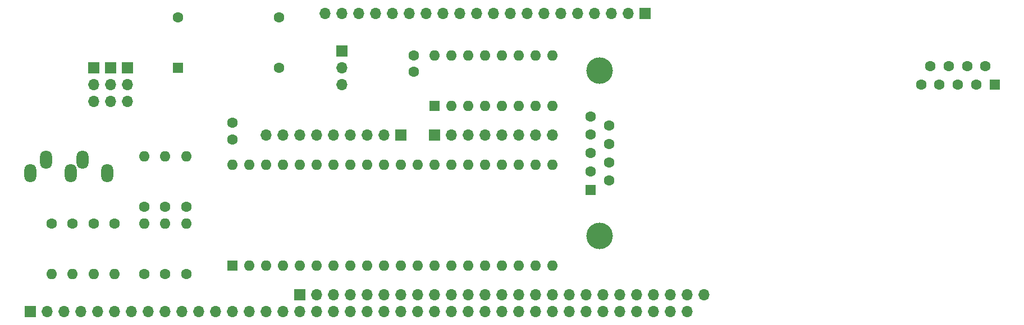
<source format=gbs>
G04 #@! TF.GenerationSoftware,KiCad,Pcbnew,(5.1.12)-1*
G04 #@! TF.CreationDate,2022-12-10T16:47:45+00:00*
G04 #@! TF.ProjectId,CPCSound,43504353-6f75-46e6-942e-6b696361645f,rev?*
G04 #@! TF.SameCoordinates,Original*
G04 #@! TF.FileFunction,Soldermask,Bot*
G04 #@! TF.FilePolarity,Negative*
%FSLAX46Y46*%
G04 Gerber Fmt 4.6, Leading zero omitted, Abs format (unit mm)*
G04 Created by KiCad (PCBNEW (5.1.12)-1) date 2022-12-10 16:47:45*
%MOMM*%
%LPD*%
G01*
G04 APERTURE LIST*
%ADD10O,1.700000X1.700000*%
%ADD11R,1.700000X1.700000*%
%ADD12C,1.600000*%
%ADD13R,1.600000X1.600000*%
%ADD14O,1.600000X1.600000*%
%ADD15O,1.800000X2.800000*%
%ADD16C,4.000000*%
G04 APERTURE END LIST*
D10*
X165100000Y-120015000D03*
X165100000Y-117475000D03*
D11*
X165100000Y-114935000D03*
D10*
X167640000Y-120015000D03*
X167640000Y-117475000D03*
D11*
X167640000Y-114935000D03*
D10*
X170180000Y-120015000D03*
X170180000Y-117475000D03*
D11*
X170180000Y-114935000D03*
D10*
X191135000Y-125095000D03*
X193675000Y-125095000D03*
X196215000Y-125095000D03*
X198755000Y-125095000D03*
X201295000Y-125095000D03*
X203835000Y-125095000D03*
X206375000Y-125095000D03*
X208915000Y-125095000D03*
D11*
X211455000Y-125095000D03*
D12*
X193040000Y-114935000D03*
X193040000Y-107315000D03*
X177800000Y-107315000D03*
D13*
X177800000Y-114935000D03*
D10*
X202565000Y-117475000D03*
X202565000Y-114935000D03*
D11*
X202565000Y-112395000D03*
D14*
X216535000Y-113030000D03*
X234315000Y-120650000D03*
X219075000Y-113030000D03*
X231775000Y-120650000D03*
X221615000Y-113030000D03*
X229235000Y-120650000D03*
X224155000Y-113030000D03*
X226695000Y-120650000D03*
X226695000Y-113030000D03*
X224155000Y-120650000D03*
X229235000Y-113030000D03*
X221615000Y-120650000D03*
X231775000Y-113030000D03*
X219075000Y-120650000D03*
X234315000Y-113030000D03*
D13*
X216535000Y-120650000D03*
D10*
X234315000Y-125095000D03*
X231775000Y-125095000D03*
X229235000Y-125095000D03*
X226695000Y-125095000D03*
X224155000Y-125095000D03*
X221615000Y-125095000D03*
X219075000Y-125095000D03*
D11*
X216535000Y-125095000D03*
D15*
X161675000Y-130810000D03*
X167175000Y-130810000D03*
X163475000Y-128810000D03*
X157975000Y-128810000D03*
X155575000Y-130810000D03*
D16*
X241450000Y-115310000D03*
X241450000Y-140310000D03*
D12*
X242870000Y-123655000D03*
X242870000Y-126425000D03*
X242870000Y-129195000D03*
X242870000Y-131965000D03*
X240030000Y-122270000D03*
X240030000Y-125040000D03*
X240030000Y-127810000D03*
X240030000Y-130580000D03*
D13*
X240030000Y-133350000D03*
D14*
X179070000Y-138430000D03*
D12*
X179070000Y-146050000D03*
D14*
X175895000Y-138430000D03*
D12*
X175895000Y-146050000D03*
D14*
X172720000Y-138430000D03*
D12*
X172720000Y-146050000D03*
D14*
X168275000Y-146050000D03*
D12*
X168275000Y-138430000D03*
D14*
X161925000Y-146050000D03*
D12*
X161925000Y-138430000D03*
D14*
X165100000Y-146050000D03*
D12*
X165100000Y-138430000D03*
D14*
X158750000Y-146050000D03*
D12*
X158750000Y-138430000D03*
D14*
X179070000Y-128270000D03*
D12*
X179070000Y-135890000D03*
D14*
X175895000Y-128270000D03*
D12*
X175895000Y-135890000D03*
D14*
X172720000Y-128270000D03*
D12*
X172720000Y-135890000D03*
D10*
X257175000Y-149225000D03*
X254635000Y-149225000D03*
X252095000Y-149225000D03*
X249555000Y-149225000D03*
X247015000Y-149225000D03*
X244475000Y-149225000D03*
X241935000Y-149225000D03*
X239395000Y-149225000D03*
X236855000Y-149225000D03*
X234315000Y-149225000D03*
X231775000Y-149225000D03*
X229235000Y-149225000D03*
X226695000Y-149225000D03*
X224155000Y-149225000D03*
X221615000Y-149225000D03*
X219075000Y-149225000D03*
X216535000Y-149225000D03*
X213995000Y-149225000D03*
X211455000Y-149225000D03*
X208915000Y-149225000D03*
X206375000Y-149225000D03*
X203835000Y-149225000D03*
X201295000Y-149225000D03*
X198755000Y-149225000D03*
D11*
X196215000Y-149225000D03*
D10*
X254635000Y-151765000D03*
X252095000Y-151765000D03*
X249555000Y-151765000D03*
X247015000Y-151765000D03*
X244475000Y-151765000D03*
X241935000Y-151765000D03*
X239395000Y-151765000D03*
X236855000Y-151765000D03*
X234315000Y-151765000D03*
X231775000Y-151765000D03*
X229235000Y-151765000D03*
X226695000Y-151765000D03*
X224155000Y-151765000D03*
X221615000Y-151765000D03*
X219075000Y-151765000D03*
X216535000Y-151765000D03*
X213995000Y-151765000D03*
X211455000Y-151765000D03*
X208915000Y-151765000D03*
X206375000Y-151765000D03*
X203835000Y-151765000D03*
X201295000Y-151765000D03*
X198755000Y-151765000D03*
X196215000Y-151765000D03*
X193675000Y-151765000D03*
X191135000Y-151765000D03*
X188595000Y-151765000D03*
X186055000Y-151765000D03*
X183515000Y-151765000D03*
X180975000Y-151765000D03*
X178435000Y-151765000D03*
X175895000Y-151765000D03*
X173355000Y-151765000D03*
X170815000Y-151765000D03*
X168275000Y-151765000D03*
X165735000Y-151765000D03*
X163195000Y-151765000D03*
X160655000Y-151765000D03*
X158115000Y-151765000D03*
D11*
X155575000Y-151765000D03*
D12*
X291295000Y-114635000D03*
X294065000Y-114635000D03*
X296835000Y-114635000D03*
X299605000Y-114635000D03*
X289910000Y-117475000D03*
X292680000Y-117475000D03*
X295450000Y-117475000D03*
X298220000Y-117475000D03*
D13*
X300990000Y-117475000D03*
D14*
X186055000Y-129540000D03*
X234315000Y-144780000D03*
X188595000Y-129540000D03*
X231775000Y-144780000D03*
X191135000Y-129540000D03*
X229235000Y-144780000D03*
X193675000Y-129540000D03*
X226695000Y-144780000D03*
X196215000Y-129540000D03*
X224155000Y-144780000D03*
X198755000Y-129540000D03*
X221615000Y-144780000D03*
X201295000Y-129540000D03*
X219075000Y-144780000D03*
X203835000Y-129540000D03*
X216535000Y-144780000D03*
X206375000Y-129540000D03*
X213995000Y-144780000D03*
X208915000Y-129540000D03*
X211455000Y-144780000D03*
X211455000Y-129540000D03*
X208915000Y-144780000D03*
X213995000Y-129540000D03*
X206375000Y-144780000D03*
X216535000Y-129540000D03*
X203835000Y-144780000D03*
X219075000Y-129540000D03*
X201295000Y-144780000D03*
X221615000Y-129540000D03*
X198755000Y-144780000D03*
X224155000Y-129540000D03*
X196215000Y-144780000D03*
X226695000Y-129540000D03*
X193675000Y-144780000D03*
X229235000Y-129540000D03*
X191135000Y-144780000D03*
X231775000Y-129540000D03*
X188595000Y-144780000D03*
X234315000Y-129540000D03*
D13*
X186055000Y-144780000D03*
D10*
X200025000Y-106680000D03*
X202565000Y-106680000D03*
X205105000Y-106680000D03*
X207645000Y-106680000D03*
X210185000Y-106680000D03*
X212725000Y-106680000D03*
X215265000Y-106680000D03*
X217805000Y-106680000D03*
X220345000Y-106680000D03*
X222885000Y-106680000D03*
X225425000Y-106680000D03*
X227965000Y-106680000D03*
X230505000Y-106680000D03*
X233045000Y-106680000D03*
X235585000Y-106680000D03*
X238125000Y-106680000D03*
X240665000Y-106680000D03*
X243205000Y-106680000D03*
X245745000Y-106680000D03*
D11*
X248285000Y-106680000D03*
D12*
X213360000Y-115530000D03*
X213360000Y-113030000D03*
X186055000Y-123230000D03*
X186055000Y-125730000D03*
M02*

</source>
